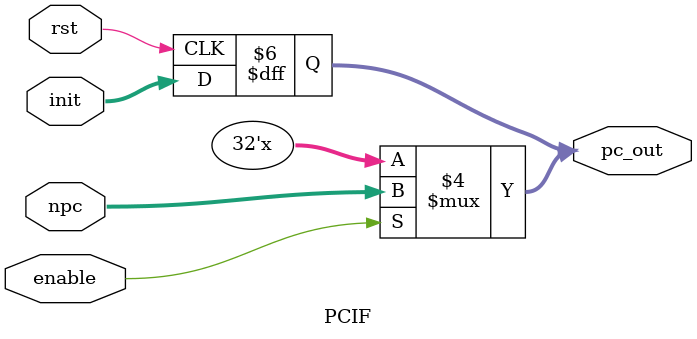
<source format=v>
`timescale 1ns / 1ps


module PCIF(pc_out, 
    enable, npc, init, rst
);
output [31 : 0] pc_out;
input [31 : 0] npc, init;
input enable, rst;
reg [31 : 0] pc_out;
always @(posedge rst) begin
    pc_out <= init;
end
always@(*) begin
    if (enable) begin
        pc_out = npc;
    end
end
endmodule

</source>
